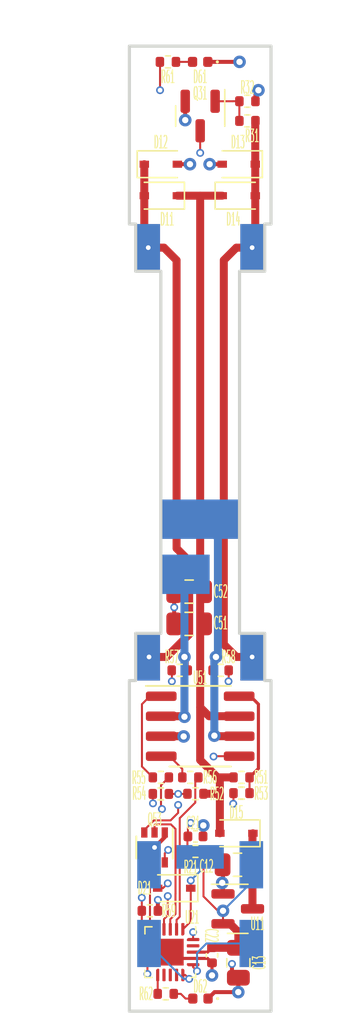
<source format=kicad_pcb>
(kicad_pcb (version 20211014) (generator pcbnew)
  (layers (0 "F.Cu" signal) (1 "In1.Cu" signal) (2 "In2.Cu" signal) (31 "B.Cu" signal) (34 "B.Paste" user) (35 "F.Paste" user) (36 "B.SilkS" user "B.Silkscreen") (37 "F.SilkS" user "F.Silkscreen") (38 "B.Mask" user) (39 "F.Mask" user) (44 "Edge.Cuts" user))
  (net 0 "")
  (net 1 "/Vreg_in")
  (net 2 "GND")
  (net 3 "+5V")
  (net 4 "Net-(C21-Pad2)")
  (net 5 "Vdrive")
  (net 6 "RAIL_L")
  (net 7 "RAIL_R")
  (net 8 "MCLR")
  (net 9 "Net-(D61-Pad2)")
  (net 10 "Net-(D62-Pad2)")
  (net 11 "PGD{slash}F5")
  (net 12 "PGC{slash}F6")
  (net 13 "Net-(Q31-Pad1)")
  (net 14 "DCC_IN")
  (net 15 "P1A-H")
  (net 16 "MOT_A")
  (net 17 "P1C-H")
  (net 18 "MOT_B")
  (net 19 "P1A")
  (net 20 "P1C")
  (net 21 "Net-(R55-Pad2)")
  (net 22 "Net-(R56-Pad1)")
  (net 23 "BackEMF")
  (net 24 "P1B")
  (net 25 "P1D")
  (net 26 "F0F")
  (net 27 "F0R")
  (net 28 "TXD")
  (net 29 "RXD")
  (net 33 "Net-(Q53-Pad3)")
  (net 34 "Net-(Q53-Pad6)")
  (footprint "Resistor_SMD:R_0402_1005Metric" (layer "F.Cu") (at 32.45 31)
    (fp_text reference "R61" (at 0 0.95 unlocked) (layer "F.SilkS") (effects (font (size 0.8 0.3) (thickness 0.1))))
    (fp_text value "330R")
    (fp_line (start -0.153641 0.38) (end 0.153641 0.38) (layer "F.SilkS") (width 0.1))
    (fp_line (start -0.153641 -0.38) (end 0.153641 -0.38) (layer "F.SilkS") (width 0.1))
    (pad "1" smd roundrect (at -0.51 0) (size 0.54 0.64) (layers "F.Cu" "F.Paste" "F.Mask") (net 26 "F0F"))
    (pad "2" smd roundrect (at 0.51 0) (size 0.54 0.64) (layers "F.Cu" "F.Paste" "F.Mask") (net 9 "Net-(D61-Pad2)"))
  )
  (footprint "Capacitor_SMD:C_0805_2012Metric" (layer "F.Cu") (at 36.925 88.225 -90)
    (fp_text reference "C13" (at 0 -1.325 -270 unlocked) (layer "F.SilkS") (effects (font (size 0.8 0.3) (thickness 0.1))))
    (fp_text value "10uF")
    (fp_line (start -0.261252 -0.735) (end 0.261252 -0.735) (layer "F.SilkS") (width 0.1))
    (fp_line (start -0.261252 0.735) (end 0.261252 0.735) (layer "F.SilkS") (width 0.1))
    (pad "1" smd roundrect (at -0.95 0 270) (size 1 1.45) (layers "F.Cu" "F.Paste" "F.Mask") (net 3 "+5V"))
    (pad "2" smd roundrect (at 0.95 0 270) (size 1 1.45) (layers "F.Cu" "F.Paste" "F.Mask") (net 2 "GND"))
  )
  (footprint "Diode_SMD:D_SOD-323" (layer "F.Cu") (at 36.95 37.5 180)
    (fp_text reference "D14" (at 0.35 -3.5 unlocked) (layer "F.SilkS") (effects (font (size 0.8 0.3) (thickness 0.1))))
    (fp_text value "1N5819")
    (fp_line (start -1.5 0.85) (end 1.05 0.85) (layer "F.SilkS") (width 0.1))
    (fp_line (start -1.5 -0.85) (end 1.05 -0.85) (layer "F.SilkS") (width 0.1))
    (fp_line (start -1.5 -0.85) (end -1.5 0.85) (layer "F.SilkS") (width 0.1))
    (pad "1" smd rect (at -1.05 0 180) (size 0.6 0.45) (layers "F.Cu" "F.Paste" "F.Mask") (net 7 "RAIL_R"))
    (pad "2" smd rect (at 1.05 0 180) (size 0.6 0.45) (layers "F.Cu" "F.Paste" "F.Mask") (net 2 "GND"))
  )
  (footprint "Package_DFN_QFN:VQFN-20-1EP_3x3mm_P0.4mm_EP1.7x1.7mm" (layer "F.Cu") (at 32.6 87.55 -90)
    (fp_text reference "U21" (at -2.21 -1.39 unlocked) (layer "F.SilkS") (effects (font (size 0.8 0.3) (thickness 0.1))))
    (fp_text value "PIC18F06Q40-x/REB")
    (fp_line (start -1.16 -1.61) (end -1.61 -1.61) (layer "F.SilkS") (width 0.1))
    (fp_line (start 1.61 -1.61) (end 1.61 -1.16) (layer "F.SilkS") (width 0.1))
    (fp_line (start -1.61 1.61) (end -1.61 1.16) (layer "F.SilkS") (width 0.1))
    (fp_line (start 1.61 1.61) (end 1.61 1.16) (layer "F.SilkS") (width 0.1))
    (fp_line (start 1.16 -1.61) (end 1.61 -1.61) (layer "F.SilkS") (width 0.1))
    (fp_line (start -1.16 1.61) (end -1.61 1.61) (layer "F.SilkS") (width 0.1))
    (fp_line (start 1.16 1.61) (end 1.61 1.61) (layer "F.SilkS") (width 0.1))
    (pad "1" smd custom (at -1.45 -0.8 270) (size 0.143431 0.143431) (layers "F.Cu" "F.Paste" "F.Mask") (net 8 "MCLR") (options (clearance outline) (anchor circle)) (primitives (gr_poly (pts (xy 0.35 0.000711) (xy 0.35 0.05) (xy -0.35 0.05) (xy -0.35 -0.05) (xy 0.299289 -0.05)) (width 0.1) (fill yes))))
    (pad "2" smd roundrect (at -1.45 -0.4 270) (size 0.8 0.2) (layers "F.Cu" "F.Paste" "F.Mask") (net 25 "P1D"))
    (pad "3" smd roundrect (at -1.45 0 270) (size 0.8 0.2) (layers "F.Cu" "F.Paste" "F.Mask") (net 20 "P1C"))
    (pad "4" smd roundrect (at -1.45 0.4 270) (size 0.8 0.2) (layers "F.Cu" "F.Paste" "F.Mask") (net 24 "P1B"))
    (pad "5" smd custom (at -1.45 0.8 270) (size 0.143431 0.143431) (layers "F.Cu" "F.Paste" "F.Mask") (net 19 "P1A") (options (clearance outline) (anchor circle)) (primitives (gr_poly (pts (xy 0.35 -0.000711) (xy 0.299289 0.05) (xy -0.35 0.05) (xy -0.35 -0.05) (xy 0.35 -0.05)) (width 0.1) (fill yes))))
    (pad "6" smd custom (at -0.8 1.45 270) (size 0.143431 0.143431) (layers "F.Cu" "F.Paste" "F.Mask") (net 23 "BackEMF") (options (clearance outline) (anchor circle)) (primitives (gr_poly (pts (xy 0.05 0.35) (xy -0.05 0.35) (xy -0.05 -0.299289) (xy 0.000711 -0.35) (xy 0.05 -0.35)) (width 0.1) (fill yes))))
    (pad "7" smd roundrect (at -0.4 1.45 270) (size 0.2 0.8) (layers "F.Cu" "F.Paste" "F.Mask") (net 28 "TXD"))
    (pad "8" smd roundrect (at 0 1.45 270) (size 0.2 0.8) (layers "F.Cu" "F.Paste" "F.Mask"))
    (pad "9" smd roundrect (at 0.4 1.45 270) (size 0.2 0.8) (layers "F.Cu" "F.Paste" "F.Mask") (net 29 "RXD"))
    (pad "10" smd custom (at 0.8 1.45 270) (size 0.143431 0.143431) (layers "F.Cu" "F.Paste" "F.Mask") (net 26 "F0F") (options (clearance outline) (anchor circle)) (primitives (gr_poly (pts (xy 0.05 -0.299289) (xy 0.05 0.35) (xy -0.05 0.35) (xy -0.05 -0.35) (xy -0.000711 -0.35)) (width 0.1) (fill yes))))
    (pad "11" smd custom (at 1.45 0.8 270) (size 0.143431 0.143431) (layers "F.Cu" "F.Paste" "F.Mask") (net 27 "F0R") (options (clearance outline) (anchor circle)) (primitives (gr_poly (pts (xy 0.35 0.05) (xy -0.299289 0.05) (xy -0.35 -0.000711) (xy -0.35 -0.05) (xy 0.35 -0.05)) (width 0.1) (fill yes))))
    (pad "12" smd roundrect (at 1.45 0.4 270) (size 0.8 0.2) (layers "F.Cu" "F.Paste" "F.Mask"))
    (pad "13" smd roundrect (at 1.45 0 270) (size 0.8 0.2) (layers "F.Cu" "F.Paste" "F.Mask"))
    (pad "14" smd roundrect (at 1.45 -0.4 270) (size 0.8 0.2) (layers "F.Cu" "F.Paste" "F.Mask"))
    (pad "15" smd custom (at 1.45 -0.8 270) (size 0.143431 0.143431) (layers "F.Cu" "F.Paste" "F.Mask") (net 11 "PGD{slash}F5") (options (clearance outline) (anchor circle)) (primitives (gr_poly (pts (xy 0.35 0.05) (xy -0.35 0.05) (xy -0.35 0.000711) (xy -0.299289 -0.05) (xy 0.35 -0.05)) (width 0.1) (fill yes))))
    (pad "16" smd custom (at 0.8 -1.45 270) (size 0.143431 0.143431) (layers "F.Cu" "F.Paste" "F.Mask") (net 12 "PGC{slash}F6") (options (clearance outline) (anchor circle)) (primitives (gr_poly (pts (xy 0.05 0.299289) (xy -0.000711 0.35) (xy -0.05 0.35) (xy -0.05 -0.35) (xy 0.05 -0.35)) (width 0.1) (fill yes))))
    (pad "17" smd roundrect (at 0.4 -1.45 270) (size 0.2 0.8) (layers "F.Cu" "F.Paste" "F.Mask") (net 2 "GND"))
    (pad "18" smd roundrect (at 0 -1.45 270) (size 0.2 0.8) (layers "F.Cu" "F.Paste" "F.Mask") (net 3 "+5V"))
    (pad "19" smd roundrect (at -0.4 -1.45 270) (size 0.2 0.8) (layers "F.Cu" "F.Paste" "F.Mask"))
    (pad "20" smd custom (at -0.8 -1.45 270) (size 0.143431 0.143431) (layers "F.Cu" "F.Paste" "F.Mask") (net 14 "DCC_IN") (options (clearance outline) (anchor circle)) (primitives (gr_poly (pts (xy 0.05 0.35) (xy 0.000711 0.35) (xy -0.05 0.299289) (xy -0.05 -0.35) (xy 0.05 -0.35)) (width 0.1) (fill yes))))
    (pad "21" smd rect (at 0 0 270) (size 1.7 1.7) (layers "F.Cu" "F.Mask") (net 2 "GND"))
  )
  (footprint "LED_SMD:LED_0402_1005Metric" (layer "F.Cu") (at 34.515 90.5 180)
    (fp_text reference "D62" (at 0.005 0.77 unlocked) (layer "F.SilkS") (effects (font (size 0.8 0.3) (thickness 0.1))))
    (fp_text value "White LED")
    (fp_circle (center -1.09 0) (end -1.04 0) (layer "F.SilkS") (width 0.1) (fill none))
    (pad "1" smd roundrect (at -0.485 0 180) (size 0.59 0.64) (layers "F.Cu" "F.Paste" "F.Mask") (net 2 "GND"))
    (pad "2" smd roundrect (at 0.485 0 180) (size 0.59 0.64) (layers "F.Cu" "F.Paste" "F.Mask") (net 10 "Net-(D62-Pad2)"))
  )
  (footprint "Diode_SMD:D_SOD-323" (layer "F.Cu") (at 36.8 80 180)
    (fp_text reference "D15" (at 0 1.325 unlocked) (layer "F.SilkS") (effects (font (size 0.8 0.3) (thickness 0.1))))
    (fp_text value "1N5819")
    (fp_line (start -1.5 -0.85) (end 1.05 -0.85) (layer "F.SilkS") (width 0.1))
    (fp_line (start -1.5 -0.85) (end -1.5 0.85) (layer "F.SilkS") (width 0.1))
    (fp_line (start -1.5 0.85) (end 1.05 0.85) (layer "F.SilkS") (width 0.1))
    (pad "1" smd rect (at -1.05 0 180) (size 0.6 0.45) (layers "F.Cu" "F.Paste" "F.Mask") (net 1 "/Vreg_in"))
    (pad "2" smd rect (at 1.05 0 180) (size 0.6 0.45) (layers "F.Cu" "F.Paste" "F.Mask") (net 5 "Vdrive"))
  )
  (footprint "DCC Project Footprints:EP-1.5mmx3mm" (layer "F.Cu") (at 31.2 68.8)
    (fp_text reference "J86" hide)
    (fp_text value "RLP" hide)
    (pad "1" smd rect (at 0 0) (size 1.5 3) (layers "F.Cu" "F.Paste" "F.Mask") (net 6 "RAIL_L"))
  )
  (footprint "Resistor_SMD:R_0402_1005Metric" (layer "F.Cu") (at 32 77.5)
    (fp_text reference "R54" (at -1.375 -0.025 unlocked) (layer "F.SilkS") (effects (font (size 0.8 0.3) (thickness 0.1))))
    (fp_text value "10K")
    (fp_line (start -0.153641 0.38) (end 0.153641 0.38) (layer "F.SilkS") (width 0.12))
    (fp_line (start -0.153641 -0.38) (end 0.153641 -0.38) (layer "F.SilkS") (width 0.12))
    (pad "1" smd roundrect (at -0.51 0) (size 0.54 0.64) (layers "F.Cu" "F.Paste" "F.Mask") (net 34 "Net-(Q53-Pad6)"))
    (pad "2" smd roundrect (at 0.51 0) (size 0.54 0.64) (layers "F.Cu" "F.Paste" "F.Mask") (net 17 "P1C-H"))
  )
  (footprint "Capacitor_SMD:C_0805_2012Metric" (layer "F.Cu") (at 33.8 66.7)
    (fp_text reference "C51" (at 2 -0.05 unlocked) (layer "F.SilkS") (effects (font (size 0.8 0.3) (thickness 0.1))))
    (fp_text value "10uF")
    (fp_line (start -0.261252 -0.735) (end 0.261252 -0.735) (layer "F.SilkS") (width 0.1))
    (fp_line (start -0.261252 0.735) (end 0.261252 0.735) (layer "F.SilkS") (width 0.1))
    (pad "1" smd roundrect (at -0.95 0) (size 1 1.45) (layers "F.Cu" "F.Paste" "F.Mask") (net 2 "GND"))
    (pad "2" smd roundrect (at 0.95 0) (size 1 1.45) (layers "F.Cu" "F.Paste" "F.Mask") (net 5 "Vdrive"))
  )
  (footprint "Diode_SMD:D_SOD-323" (layer "F.Cu") (at 32.85 83.49 180)
    (fp_text reference "D21" (at 1.87 0 unlocked) (layer "F.SilkS") (effects (font (size 0.8 0.3) (thickness 0.1))))
    (fp_text value "1N5819")
    (fp_line (start -1.5 0.85) (end 1.05 0.85) (layer "F.SilkS") (width 0.1))
    (fp_line (start -1.5 -0.85) (end 1.05 -0.85) (layer "F.SilkS") (width 0.1))
    (fp_line (start -1.5 -0.85) (end -1.5 0.85) (layer "F.SilkS") (width 0.1))
    (pad "1" smd rect (at -1.05 0 180) (size 0.6 0.45) (layers "F.Cu" "F.Paste" "F.Mask") (net 8 "MCLR"))
    (pad "2" smd rect (at 1.05 0 180) (size 0.6 0.45) (layers "F.Cu" "F.Paste" "F.Mask") (net 4 "Net-(C21-Pad2)"))
  )
  (footprint "DCC Project Footprints:EP-1.5mmx3mm" (layer "F.Cu") (at 37.8 68.8)
    (fp_text reference "J90" hide)
    (fp_text value "RRP" hide)
    (pad "1" smd rect (at 0 0) (size 1.5 3) (layers "F.Cu" "F.Paste" "F.Mask") (net 7 "RAIL_R"))
  )
  (footprint "Resistor_SMD:R_0402_1005Metric" (layer "F.Cu") (at 33.2 69.65)
    (fp_text reference "R57" (at -0.5 -0.85 unlocked) (layer "F.SilkS") (effects (font (size 0.8 0.3) (thickness 0.1))))
    (fp_text value "3K3")
    (fp_line (start -0.153641 -0.38) (end 0.153641 -0.38) (layer "F.SilkS") (width 0.1))
    (fp_line (start -0.153641 0.38) (end 0.153641 0.38) (layer "F.SilkS") (width 0.1))
    (pad "1" smd roundrect (at -0.51 0) (size 0.54 0.64) (layers "F.Cu" "F.Paste" "F.Mask") (net 23 "BackEMF"))
    (pad "2" smd roundrect (at 0.51 0) (size 0.54 0.64) (layers "F.Cu" "F.Paste" "F.Mask") (net 16 "MOT_A"))
  )
  (footprint "Resistor_SMD:R_0402_1005Metric" (layer "F.Cu") (at 37.5 33.5)
    (fp_text reference "R32" (at 0 -0.87 unlocked) (layer "F.SilkS") (effects (font (size 0.8 0.3) (thickness 0.1))))
    (fp_text value "10K")
    (fp_line (start -0.153641 0.38) (end 0.153641 0.38) (layer "F.SilkS") (width 0.1))
    (fp_line (start -0.153641 -0.38) (end 0.153641 -0.38) (layer "F.SilkS") (width 0.1))
    (pad "1" smd roundrect (at -0.51 0) (size 0.54 0.64) (layers "F.Cu" "F.Paste" "F.Mask") (net 13 "Net-(Q31-Pad1)"))
    (pad "2" smd roundrect (at 0.51 0) (size 0.54 0.64) (layers "F.Cu" "F.Paste" "F.Mask") (net 2 "GND"))
  )
  (footprint "Package_TO_SOT_SMD:SOT-23" (layer "F.Cu") (at 36.8875 84.8)
    (fp_text reference "U11" (at 1.2625 0.95 unlocked) (layer "F.SilkS") (effects (font (size 0.8 0.3) (thickness 0.1))))
    (fp_text value "SE8633X2-HF")
    (fp_line (start 0 -1.56) (end 0.65 -1.56) (layer "F.SilkS") (width 0.1))
    (fp_line (start 0 1.56) (end 0.65 1.56) (layer "F.SilkS") (width 0.1))
    (fp_line (start 0 -1.56) (end -1.675 -1.56) (layer "F.SilkS") (width 0.1))
    (fp_line (start 0 1.56) (end -0.65 1.56) (layer "F.SilkS") (width 0.1))
    (pad "1" smd roundrect (at -0.9375 -0.95) (size 1.475 0.6) (layers "F.Cu" "F.Paste" "F.Mask") (net 2 "GND"))
    (pad "2" smd roundrect (at -0.9375 0.95) (size 1.475 0.6) (layers "F.Cu" "F.Paste" "F.Mask") (net 3 "+5V"))
    (pad "3" smd roundrect (at 0.9375 0) (size 1.475 0.6) (layers "F.Cu" "F.Paste" "F.Mask") (net 1 "/Vreg_in"))
  )
  (footprint "Capacitor_SMD:C_0805_2012Metric" (layer "F.Cu") (at 36.8725 82 180)
    (fp_text reference "C12" (at 1.9725 -0.1 unlocked) (layer "F.SilkS") (effects (font (size 0.8 0.3) (thickness 0.1))))
    (fp_text value "10uF")
    (fp_line (start -0.261252 0.735) (end 0.261252 0.735) (layer "F.SilkS") (width 0.1))
    (fp_line (start -0.261252 -0.735) (end 0.261252 -0.735) (layer "F.SilkS") (width 0.1))
    (pad "1" smd roundrect (at -0.95 0 180) (size 1 1.45) (layers "F.Cu" "F.Paste" "F.Mask") (net 1 "/Vreg_in"))
    (pad "2" smd roundrect (at 0.95 0 180) (size 1 1.45) (layers "F.Cu" "F.Paste" "F.Mask") (net 2 "GND"))
  )
  (footprint "Capacitor_SMD:C_0805_2012Metric" (layer "F.Cu") (at 33.8 64.65)
    (fp_text reference "C52" (at 2 0 unlocked) (layer "F.SilkS") (effects (font (size 0.8 0.3) (thickness 0.1))))
    (fp_text value "10uF")
    (fp_line (start -0.261252 -0.735) (end 0.261252 -0.735) (layer "F.SilkS") (width 0.1))
    (fp_line (start -0.261252 0.735) (end 0.261252 0.735) (layer "F.SilkS") (width 0.1))
    (pad "1" smd roundrect (at -0.95 0) (size 1 1.45) (layers "F.Cu" "F.Paste" "F.Mask") (net 2 "GND"))
    (pad "2" smd roundrect (at 0.95 0) (size 1 1.45) (layers "F.Cu" "F.Paste" "F.Mask") (net 5 "Vdrive"))
  )
  (footprint "Resistor_SMD:R_0402_1005Metric" (layer "F.Cu") (at 34.2 77.49)
    (fp_text reference "R52" (at 1.365 0.01 unlocked) (layer "F.SilkS") (effects (font (size 0.8 0.3) (thickness 0.1))))
    (fp_text value "10K")
    (fp_line (start -0.153641 0.38) (end 0.153641 0.38) (layer "F.SilkS") (width 0.1))
    (fp_line (start -0.153641 -0.38) (end 0.153641 -0.38) (layer "F.SilkS") (width 0.1))
    (pad "1" smd roundrect (at -0.51 0) (size 0.54 0.64) (layers "F.Cu" "F.Paste" "F.Mask") (net 17 "P1C-H"))
    (pad "2" smd roundrect (at 0.51 0) (size 0.54 0.64) (layers "F.Cu" "F.Paste" "F.Mask") (net 5 "Vdrive"))
  )
  (footprint "Resistor_SMD:R_0402_1005Metric" (layer "F.Cu") (at 37.125 76.45 180)
    (fp_text reference "R51" (at -1.25 0 unlocked) (layer "F.SilkS") (effects (font (size 0.8 0.3) (thickness 0.1))))
    (fp_text value "10K")
    (fp_line (start -0.153641 -0.38) (end 0.153641 -0.38) (layer "F.SilkS") (width 0.1))
    (fp_line (start -0.153641 0.38) (end 0.153641 0.38) (layer "F.SilkS") (width 0.1))
    (pad "1" smd roundrect (at -0.51 0 180) (size 0.54 0.64) (layers "F.Cu" "F.Paste" "F.Mask") (net 15 "P1A-H"))
    (pad "2" smd roundrect (at 0.51 0 180) (size 0.54 0.64) (layers "F.Cu" "F.Paste" "F.Mask") (net 5 "Vdrive"))
  )
  (footprint "LED_SMD:LED_0402_1005Metric" (layer "F.Cu") (at 34.5 31 180)
    (fp_text reference "D61" (at 0 -0.95 unlocked) (layer "F.SilkS") (effects (font (size 0.8 0.3) (thickness 0.1))))
    (fp_text value "White LED")
    (fp_circle (center -1.09 0) (end -1.04 0) (layer "F.SilkS") (width 0.1) (fill none))
    (pad "1" smd roundrect (at -0.485 0 180) (size 0.59 0.64) (layers "F.Cu" "F.Paste" "F.Mask") (net 2 "GND"))
    (pad "2" smd roundrect (at 0.485 0 180) (size 0.59 0.64) (layers "F.Cu" "F.Paste" "F.Mask") (net 9 "Net-(D61-Pad2)"))
  )
  (footprint "Resistor_SMD:R_0402_1005Metric" (layer "F.Cu") (at 37.125 77.45)
    (fp_text reference "R53" (at 1.25 0.025 unlocked) (layer "F.SilkS") (effects (font (size 0.8 0.3) (thickness 0.1))))
    (fp_text value "10K")
    (fp_line (start -0.153641 0.38) (end 0.153641 0.38) (layer "F.SilkS") (width 0.12))
    (fp_line (start -0.153641 -0.38) (end 0.153641 -0.38) (layer "F.SilkS") (width 0.12))
    (pad "1" smd roundrect (at -0.51 0) (size 0.54 0.64) (layers "F.Cu" "F.Paste" "F.Mask") (net 33 "Net-(Q53-Pad3)"))
    (pad "2" smd roundrect (at 0.51 0) (size 0.54 0.64) (layers "F.Cu" "F.Paste" "F.Mask") (net 15 "P1A-H"))
  )
  (footprint "Resistor_SMD:R_0402_1005Metric" (layer "F.Cu") (at 31.3 84.925 180)
    (fp_text reference "R59" (at -1.2 -0.005 unlocked) (layer "F.SilkS") (effects (font (size 0.8 0.3) (thickness 0.1))))
    (fp_text value "330R")
    (fp_line (start -0.153641 0.38) (end 0.153641 0.38) (layer "F.SilkS") (width 0.1))
    (fp_line (start -0.153641 -0.38) (end 0.153641 -0.38) (layer "F.SilkS") (width 0.1))
    (pad "1" smd roundrect (at -0.51 0 180) (size 0.54 0.64) (layers "F.Cu" "F.Paste" "F.Mask") (net 2 "GND"))
    (pad "2" smd roundrect (at 0.51 0 180) (size 0.54 0.64) (layers "F.Cu" "F.Paste" "F.Mask") (net 23 "BackEMF"))
  )
  (footprint "Diode_SMD:D_SOD-323" (layer "F.Cu") (at 32 39.5 180)
    (fp_text reference "D11" (at -0.4 -1.5 unlocked) (layer "F.SilkS") (effects (font (size 0.8 0.3) (thickness 0.1))))
    (fp_text value "1N5819")
    (fp_line (start -1.5 -0.85) (end 1.05 -0.85) (layer "F.SilkS") (width 0.1))
    (fp_line (start -1.5 0.85) (end 1.05 0.85) (layer "F.SilkS") (width 0.1))
    (fp_line (start -1.5 -0.85) (end -1.5 0.85) (layer "F.SilkS") (width 0.1))
    (pad "1" smd rect (at -1.05 0 180) (size 0.6 0.45) (layers "F.Cu" "F.Paste" "F.Mask") (net 5 "Vdrive"))
    (pad "2" smd rect (at 1.05 0 180) (size 0.6 0.45) (layers "F.Cu" "F.Paste" "F.Mask") (net 6 "RAIL_L"))
  )
  (footprint "Resistor_SMD:R_0402_1005Metric" (layer "F.Cu") (at 32.31 90.2)
    (fp_text reference "R62" (at -1.25 0 unlocked) (layer "F.SilkS") (effects (font (size 0.8 0.3) (thickness 0.1))))
    (fp_text value "330R")
    (fp_line (start -0.153641 0.38) (end 0.153641 0.38) (layer "F.SilkS") (width 0.1))
    (fp_line (start -0.153641 -0.38) (end 0.153641 -0.38) (layer "F.SilkS") (width 0.1))
    (pad "1" smd roundrect (at -0.51 0) (size 0.54 0.64) (layers "F.Cu" "F.Paste" "F.Mask") (net 27 "F0R"))
    (pad "2" smd roundrect (at 0.51 0) (size 0.54 0.64) (layers "F.Cu" "F.Paste" "F.Mask") (net 10 "Net-(D62-Pad2)"))
  )
  (footprint "Package_TO_SOT_SMD:SOT-363_SC-70-6" (layer "F.Cu") (at 31.6 80.9 -90)
    (fp_text reference "Q53" (at -1.77 -0.01 unlocked) (layer "F.SilkS") (effects (font (size 0.8 0.3) (thickness 0.1))))
    (fp_text value "PUMH13,115")
    (fp_line (start -0.7 1.16) (end 0.7 1.16) (layer "F.SilkS") (width 0.12))
    (fp_line (start 0.7 -1.16) (end -1.2 -1.16) (layer "F.SilkS") (width 0.12))
    (pad "1" smd rect (at -0.95 -0.65 270) (size 0.65 0.4) (layers "F.Cu" "F.Paste" "F.Mask") (net 2 "GND"))
    (pad "2" smd rect (at -0.95 0 270) (size 0.65 0.4) (layers "F.Cu" "F.Paste" "F.Mask") (net 20 "P1C"))
    (pad "3" smd rect (at -0.95 0.65 270) (size 0.65 0.4) (layers "F.Cu" "F.Paste" "F.Mask") (net 33 "Net-(Q53-Pad3)"))
    (pad "4" smd rect (at 0.95 0.65 270) (size 0.65 0.4) (layers "F.Cu" "F.Paste" "F.Mask") (net 2 "GND"))
    (pad "5" smd rect (at 0.95 0 270) (size 0.65 0.4) (layers "F.Cu" "F.Paste" "F.Mask") (net 19 "P1A"))
    (pad "6" smd rect (at 0.95 -0.65 270) (size 0.65 0.4) (layers "F.Cu" "F.Paste" "F.Mask") (net 34 "Net-(Q53-Pad6)"))
  )
  (footprint "Package_SO:SOIC-8_3.9x4.9mm_P1.27mm" (layer "F.Cu") (at 34.5 73.2)
    (fp_text reference "U51" (at 0 -3.08 unlocked) (layer "F.SilkS") (effects (font (size 0.8 0.3) (thickness 0.1))))
    (fp_text value "ZXMHC6A07N8TC")
    (fp_line (start 0 2.56) (end -1.95 2.56) (layer "F.SilkS") (width 0.12))
    (fp_line (start 0 -2.56) (end -3.45 -2.56) (layer "F.SilkS") (width 0.12))
    (fp_line (start 0 2.56) (end 1.95 2.56) (layer "F.SilkS") (width 0.12))
    (fp_line (start 0 -2.56) (end 1.95 -2.56) (layer "F.SilkS") (width 0.12))
    (pad "1" smd roundrect (at -2.475 -1.905) (size 1.95 0.6) (layers "F.Cu" "F.Paste" "F.Mask") (net 21 "Net-(R55-Pad2)"))
    (pad "2" smd roundrect (at -2.475 -0.635) (size 1.95 0.6) (layers "F.Cu" "F.Paste" "F.Mask") (net 16 "MOT_A"))
    (pad "3" smd roundrect (at -2.475 0.635) (size 1.95 0.6) (layers "F.Cu" "F.Paste" "F.Mask") (net 2 "GND"))
    (pad "4" smd roundrect (at -2.475 1.905) (size 1.95 0.6) (layers "F.Cu" "F.Paste" "F.Mask") (net 22 "Net-(R56-Pad1)"))
    (pad "5" smd roundrect (at 2.475 1.905) (size 1.95 0.6) (layers "F.Cu" "F.Paste" "F.Mask") (net 17 "P1C-H"))
    (pad "6" smd roundrect (at 2.475 0.635) (size 1.95 0.6) (layers "F.Cu" "F.Paste" "F.Mask") (net 18 "MOT_B"))
    (pad "7" smd roundrect (at 2.475 -0.635) (size 1.95 0.6) (layers "F.Cu" "F.Paste" "F.Mask") (net 5 "Vdrive"))
    (pad "8" smd roundrect (at 2.475 -1.905) (size 1.95 0.6) (layers "F.Cu" "F.Paste" "F.Mask") (net 15 "P1A-H"))
  )
  (footprint "DCC Project Footprints:EP-1.5mmx3mm" (layer "F.Cu") (at 37.8 42.8)
    (fp_text reference "J92" hide)
    (fp_text value "RRP" hide)
    (pad "1" smd rect (at 0 0) (size 1.5 3) (layers "F.Cu" "F.Paste" "F.Mask") (net 7 "RAIL_R"))
  )
  (footprint "Resistor_SMD:R_0402_1005Metric" (layer "F.Cu") (at 37.5 34.75 180)
    (fp_text reference "R31" (at -0.3 -0.95 unlocked) (layer "F.SilkS") (effects (font (size 0.8 0.3) (thickness 0.1))))
    (fp_text value "10K")
    (fp_line (start -0.153641 -0.38) (end 0.153641 -0.38) (layer "F.SilkS") (width 0.1))
    (fp_line (start -0.153641 0.38) (end 0.153641 0.38) (layer "F.SilkS") (width 0.1))
    (pad "1" smd roundrect (at -0.51 0 180) (size 0.54 0.64) (layers "F.Cu" "F.Paste" "F.Mask") (net 7 "RAIL_R"))
    (pad "2" smd roundrect (at 0.51 0 180) (size 0.54 0.64) (layers "F.Cu" "F.Paste" "F.Mask") (net 13 "Net-(Q31-Pad1)"))
  )
  (footprint "Package_TO_SOT_SMD:SOT-23" (layer "F.Cu") (at 34.5 34.44 -90)
    (fp_text reference "Q31" (at -1.44 0 unlocked) (layer "F.SilkS") (effects (font (size 0.8 0.3) (thickness 0.1))))
    (fp_text value "2N7002")
    (fp_line (start 0 -1.56) (end 0.65 -1.56) (layer "F.SilkS") (width 0.1))
    (fp_line (start 0 -1.56) (end -1.675 -1.56) (layer "F.SilkS") (width 0.1))
    (fp_line (start 0 1.56) (end 0.65 1.56) (layer "F.SilkS") (width 0.1))
    (fp_line (start 0 1.56) (end -0.65 1.56) (layer "F.SilkS") (width 0.1))
    (pad "1" smd roundrect (at -0.9375 -0.95 270) (size 1.475 0.6) (layers "F.Cu" "F.Paste" "F.Mask") (net 13 "Net-(Q31-Pad1)"))
    (pad "2" smd roundrect (at -0.9375 0.95 270) (size 1.475 0.6) (layers "F.Cu" "F.Paste" "F.Mask") (net 2 "GND"))
    (pad "3" smd roundrect (at 0.9375 0 270) (size 1.475 0.6) (layers "F.Cu" "F.Paste" "F.Mask") (net 14 "DCC_IN"))
  )
  (footprint "Resistor_SMD:R_0402_1005Metric" (layer "F.Cu") (at 34.2 81.15 180)
    (fp_text reference "R21" (at 0.3 -1 unlocked) (layer "F.SilkS") (effects (font (size 0.8 0.3) (thickness 0.1))))
    (fp_text value "10K")
    (fp_line (start -0.153641 -0.38) (end 0.153641 -0.38) (layer "F.SilkS") (width 0.1))
    (fp_line (start -0.153641 0.38) (end 0.153641 0.38) (layer "F.SilkS") (width 0.1))
    (pad "1" smd roundrect (at -0.51 0 180) (size 0.54 0.64) (layers "F.Cu" "F.Paste" "F.Mask") (net 3 "+5V"))
    (pad "2" smd roundrect (at 0.51 0 180) (size 0.54 0.64) (layers "F.Cu" "F.Paste" "F.Mask") (net 4 "Net-(C21-Pad2)"))
  )
  (footprint "Diode_SMD:D_SOD-323" (layer "F.Cu") (at 36.95 39.5)
    (fp_text reference "D13" (at -0.05 -3.4 unlocked) (layer "F.SilkS") (effects (font (size 0.8 0.3) (thickness 0.1))))
    (fp_text value "1N5819")
    (fp_line (start -1.5 -0.85) (end 1.05 -0.85) (layer "F.SilkS") (width 0.1))
    (fp_line (start -1.5 -0.85) (end -1.5 0.85) (layer "F.SilkS") (width 0.1))
    (fp_line (start -1.5 0.85) (end 1.05 0.85) (layer "F.SilkS") (width 0.1))
    (pad "1" smd rect (at -1.05 0) (size 0.6 0.45) (layers "F.Cu" "F.Paste" "F.Mask") (net 5 "Vdrive"))
    (pad "2" smd rect (at 1.05 0) (size 0.6 0.45) (layers "F.Cu" "F.Paste" "F.Mask") (net 7 "RAIL_R"))
  )
  (footprint "Diode_SMD:D_SOD-323" (layer "F.Cu") (at 32 37.5)
    (fp_text reference "D12" (at 0 -1.4 unlocked) (layer "F.SilkS") (effects (font (size 0.8 0.3) (thickness 0.1))))
    (fp_text value "1N5819")
    (fp_line (start -1.5 -0.85) (end 1.05 -0.85) (layer "F.SilkS") (width 0.1))
    (fp_line (start -1.5 -0.85) (end -1.5 0.85) (layer "F.SilkS") (width 0.1))
    (fp_line (start -1.5 0.85) (end 1.05 0.85) (layer "F.SilkS") (width 0.1))
    (pad "1" smd rect (at -1.05 0) (size 0.6 0.45) (layers "F.Cu" "F.Paste" "F.Mask") (net 6 "RAIL_L"))
    (pad "2" smd rect (at 1.05 0) (size 0.6 0.45) (layers "F.Cu" "F.Paste" "F.Mask") (net 2 "GND"))
  )
  (footprint "DCC Project Footprints:EP-1.5mmx3mm" (layer "F.Cu") (at 31.2 42.8)
    (fp_text reference "J88" hide)
    (fp_text value "RLP" hide)
    (pad "1" smd rect (at 0 0) (size 1.5 3) (layers "F.Cu" "F.Paste" "F.Mask") (net 6 "RAIL_L"))
  )
  (footprint "Resistor_SMD:R_0402_1005Metric" (layer "F.Cu") (at 32 76.45 180)
    (fp_text reference "R55" (at 1.4 -0.025 unlocked) (layer "F.SilkS") (effects (font (size 0.8 0.3) (thickness 0.1))))
    (fp_text value "330R")
    (fp_line (start -0.153641 0.38) (end 0.153641 0.38) (layer "F.SilkS") (width 0.1))
    (fp_line (start -0.153641 -0.38) (end 0.153641 -0.38) (layer "F.SilkS") (width 0.1))
    (pad "1" smd roundrect (at -0.51 0 180) (size 0.54 0.64) (layers "F.Cu" "F.Paste" "F.Mask") (net 24 "P1B"))
    (pad "2" smd roundrect (at 0.51 0 180) (size 0.54 0.64) (layers "F.Cu" "F.Paste" "F.Mask") (net 21 "Net-(R55-Pad2)"))
  )
  (footprint "Resistor_SMD:R_0402_1005Metric" (layer "F.Cu") (at 33.875 76.45)
    (fp_text reference "R56" (at 1.25 0 unlocked) (layer "F.SilkS") (effects (font (size 0.8 0.3) (thickness 0.1))))
    (fp_text value "330R")
    (fp_line (start -0.153641 -0.38) (end 0.153641 -0.38) (layer "F.SilkS") (width 0.1))
    (fp_line (start -0.153641 0.38) (end 0.153641 0.38) (layer "F.SilkS") (width 0.1))
    (pad "1" smd roundrect (at -0.51 0) (size 0.54 0.64) (layers "F.Cu" "F.Paste" "F.Mask") (net 22 "Net-(R56-Pad1)"))
    (pad "2" smd roundrect (at 0.51 0) (size 0.54 0.64) (layers "F.Cu" "F.Paste" "F.Mask") (net 25 "P1D"))
  )
  (footprint "Resistor_SMD:R_0402_1005Metric" (layer "F.Cu") (at 35.8 69.65 180)
    (fp_text reference "R58" (at -0.5 0.85 unlocked) (layer "F.SilkS") (effects (font (size 0.8 0.3) (thickness 0.1))))
    (fp_text value "3K3")
    (fp_line (start -0.153641 -0.38) (end 0.153641 -0.38) (layer "F.SilkS") (width 0.1))
    (fp_line (start -0.153641 0.38) (end 0.153641 0.38) (layer "F.SilkS") (width 0.1))
    (pad "1" smd roundrect (at -0.51 0 180) (size 0.54 0.64) (layers "F.Cu" "F.Paste" "F.Mask") (net 23 "BackEMF"))
    (pad "2" smd roundrect (at 0.51 0 180) (size 0.54 0.64) (layers "F.Cu" "F.Paste" "F.Mask") (net 18 "MOT_B"))
  )
  (footprint "Capacitor_SMD:C_0402_1005Metric" (layer "F.Cu") (at 35.25 87.75 90)
    (fp_text reference "C22" (at 1.26 -0.04 -90 unlocked) (layer "F.SilkS") (effects (font (size 0.8 0.3) (thickness 0.1))))
    (fp_text value "100nF")
    (fp_line (start -0.107836 0.36) (end 0.107836 0.36) (layer "F.SilkS") (width 0.1))
    (fp_line (start -0.107836 -0.36) (end 0.107836 -0.36) (layer "F.SilkS") (width 0.1))
    (pad "1" smd roundrect (at -0.48 0 90) (size 0.56 0.62) (layers "F.Cu" "F.Paste" "F.Mask") (net 2 "GND"))
    (pad "2" smd roundrect (at 0.48 0 90) (size 0.56 0.62) (layers "F.Cu" "F.Paste" "F.Mask") (net 3 "+5V"))
  )
  (footprint "Capacitor_SMD:C_0402_1005Metric" (layer "F.Cu") (at 34.2 80.2 180)
    (fp_text reference "C21" (at 0.15 0.85 unlocked) (layer "F.SilkS") (effects (font (size 0.8 0.3) (thickness 0.1))))
    (fp_text value "100nF")
    (fp_line (start -0.107836 0.36) (end 0.107836 0.36) (layer "F.SilkS") (width 0.1))
    (fp_line (start -0.107836 -0.36) (end 0.107836 -0.36) (layer "F.SilkS") (width 0.1))
    (pad "1" smd roundrect (at -0.48 0 180) (size 0.56 0.62) (layers "F.Cu" "F.Paste" "F.Mask") (net 2 "GND"))
    (pad "2" smd roundrect (at 0.48 0 180) (size 0.56 0.62) (layers "F.Cu" "F.Paste" "F.Mask") (net 4 "Net-(C21-Pad2)"))
  )
  (footprint "DCC Project Footprints:EP-1.5mmx3mm" (layer "B.Cu") (at 37.8 42.8 180)
    (fp_text reference "J93" hide)
    (fp_text value "RRP" hide)
    (pad "1" smd rect (at 0 0 180) (size 1.5 3) (layers "B.Cu" "B.Paste" "B.Mask") (net 7 "RAIL_R"))
  )
  (footprint "DCC Project Footprints:EP-1.5mmx3mm" (layer "B.Cu") (at 34.5 81.5 -90)
    (fp_text reference "J81" hide)
    (fp_text value "MCLR" hide)
    (pad "1" smd rect (at 0 0 270) (size 1.5 3) (layers "B.Cu" "B.Paste" "B.Mask") (net 8 "MCLR"))
  )
  (footprint "DCC Project Footprints:EP-2.5mmx5mm" (layer "B.Cu") (at 34.5 60.05 90)
    (fp_text reference "J95" hide)
    (fp_text value "RRP" hide)
    (pad "1" smd rect (at 0 0 90) (size 2.5 5) (layers "B.Cu" "B.Paste" "B.Mask") (net 18 "MOT_B"))
  )
  (footprint "DCC Project Footprints:EP-1.5mmx3mm" (layer "B.Cu") (at 31.2 68.8 180)
    (fp_text reference "J87" hide)
    (fp_text value "RLP" hide)
    (pad "1" smd rect (at 0 0 180) (size 1.5 3) (layers "B.Cu" "B.Paste" "B.Mask") (net 6 "RAIL_L"))
  )
  (footprint "DCC Project Footprints:EP-1.5mmx3mm" (layer "B.Cu") (at 37.75 82 180)
    (fp_text reference "J82" hide)
    (fp_text value "+5V" hide)
    (pad "1" smd rect (at 0 0 180) (size 1.5 3) (layers "B.Cu" "B.Paste" "B.Mask") (net 3 "+5V"))
  )
  (footprint "DCC Project Footprints:EP-1.5mmx3mm" (layer "B.Cu") (at 37.8 68.8 180)
    (fp_text reference "J91" hide)
    (fp_text value "RRP" hide)
    (pad "1" smd rect (at 0 0 180) (size 1.5 3) (layers "B.Cu" "B.Paste" "B.Mask") (net 7 "RAIL_R"))
  )
  (footprint "DCC Project Footprints:EP-1.5mmx3mm" (layer "B.Cu") (at 31.2 42.8 180)
    (fp_text reference "J89" hide)
    (fp_text value "RLP" hide)
    (pad "1" smd rect (at 0 0 180) (size 1.5 3) (layers "B.Cu" "B.Paste" "B.Mask") (net 6 "RAIL_L"))
  )
  (footprint "DCC Project Footprints:EP-2.5mmx3mm" (layer "B.Cu") (at 33.6 63.55 90)
    (fp_text reference "J94" hide)
    (fp_text value "RRP" hide)
    (pad "1" smd rect (at 0 0 90) (size 2.5 3) (layers "B.Cu" "B.Paste" "B.Mask") (net 16 "MOT_A"))
  )
  (footprint "DCC Project Footprints:EP-1.5mmx3mm" (layer "B.Cu") (at 37.75 87 180)
    (fp_text reference "J85" hide)
    (fp_text value "PGC" hide)
    (pad "1" smd rect (at 0 0 180) (size 1.5 3) (layers "B.Cu" "B.Paste" "B.Mask") (net 12 "PGC{slash}F6"))
  )
  (footprint "DCC Project Footprints:EP-1.5mmx3mm" (layer "B.Cu") (at 31.25 82 180)
    (fp_text reference "J83" hide)
    (fp_text value "GND" hide)
    (pad "1" smd rect (at 0 0 180) (size 1.5 3) (layers "B.Cu" "B.Paste" "B.Mask") (net 2 "GND"))
  )
  (footprint "DCC Project Footprints:EP-1.5mmx3mm" (layer "B.Cu") (at 31.25 87 180)
    (fp_text reference "J84" hide)
    (fp_text value "PGD" hide)
    (pad "1" smd rect (at 0 0 180) (size 1.5 3) (layers "B.Cu" "B.Paste" "B.Mask") (net 11 "PGD{slash}F5"))
  )
  (gr_line locked (start 30.4 44.3) (end 30.4 41.3) (layer "Edge.Cuts") (width 0.2))
  (gr_line locked (start 32 67.3) (end 32 44.3) (layer "Edge.Cuts") (width 0.2))
  (gr_line locked (start 38.6 41.3) (end 38.6 44.3) (layer "Edge.Cuts") (width 0.2))
  (gr_line locked (start 30 91.3) (end 30 70.3) (layer "Edge.Cuts") (width 0.2))
  (gr_line locked (start 30 30) (end 39 30) (layer "Edge.Cuts") (width 0.2))
  (gr_line locked (start 38.6 44.3) (end 37 44.3) (layer "Edge.Cuts") (width 0.2))
  (gr_line locked (start 38.6 70.3) (end 39 70.3) (layer "Edge.Cuts") (width 0.2))
  (gr_line locked (start 30 70.3) (end 30.4 70.3) (layer "Edge.Cuts") (width 0.2))
  (gr_line locked (start 30.4 41.3) (end 30 41.3) (layer "Edge.Cuts") (width 0.2))
  (gr_line locked (start 37 67.3) (end 38.6 67.3) (layer "Edge.Cuts") (width 0.2))
  (gr_line locked (start 39 30) (end 39 41.3) (layer "Edge.Cuts") (width 0.2))
  (gr_line locked (start 39 70.3) (end 39 91.3) (layer "Edge.Cuts") (width 0.2))
  (gr_line locked (start 38.6 67.3) (end 38.6 70.3) (layer "Edge.Cuts") (width 0.2))
  (gr_line locked (start 30.4 70.3) (end 30.4 67.3) (layer "Edge.Cuts") (width 0.2))
  (gr_line locked (start 39 91.3) (end 30 91.3) (layer "Edge.Cuts") (width 0.2))
  (gr_line locked (start 32 44.3) (end 30.4 44.3) (layer "Edge.Cuts") (width 0.2))
  (gr_line locked (start 30.4 67.3) (end 32 67.3) (layer "Edge.Cuts") (width 0.2))
  (gr_line locked (start 39 41.3) (end 38.6 41.3) (layer "Edge.Cuts") (width 0.2))
  (gr_line locked (start 37 44.3) (end 37 67.3) (layer "Edge.Cuts") (width 0.2))
  (gr_line locked (start 30 41.3) (end 30 30) (layer "Edge.Cuts") (width 0.2))
  (segment (start 37.8225 82) (end 37.8225 84.7975) (width 0.508) (layer "F.Cu") (net 1))
  (segment (start 37.8225 80.0275) (end 37.85 80) (width 0.508) (layer "F.Cu") (net 1))
  (segment (start 37.8225 82) (end 37.8225 80.0275) (width 0.508) (layer "F.Cu") (net 1))
  (segment (start 37.8225 84.7975) (end 37.825 84.8) (width 0.508) (layer "F.Cu") (net 1))
  (segment (start 36.52 88.3) (end 36.52 88.77) (width 0.254) (layer "F.Cu") (net 2))
  (segment (start 32.85 65.65) (end 32.85 64.65) (width 0.254) (layer "F.Cu") (net 2))
  (segment (start 34.985 31) (end 37 31) (width 0.254) (layer "F.Cu") (net 2))
  (segment (start 35.95 82.0275) (end 35.9225 82) (width 0.254) (layer "F.Cu") (net 2))
  (segment (start 35.41 90.09) (end 36.92 90.09) (width 0.254) (layer "F.Cu") (net 2))
  (segment (start 34.05 87.95) (end 33 87.95) (width 0.2) (layer "F.Cu") (net 2))
  (segment (start 32.85 66.7) (end 32.85 65.65) (width 0.254) (layer "F.Cu") (net 2))
  (segment (start 33.435 73.835) (end 33.45 73.85) (width 0.508) (layer "F.Cu") (net 2))
  (segment (start 32.25 79.95) (end 32.25 80.25) (width 0.254) (layer "F.Cu") (net 2))
  (segment (start 36.925 89.175) (end 36.925 90.085) (width 0.254) (layer "F.Cu") (net 2))
  (segment (start 35.25 88.23) (end 35.25 89.026502) (width 0.2) (layer "F.Cu") (net 2))
  (segment (start 32.25 80.25) (end 31.6 80.9) (width 0.254) (layer "F.Cu") (net 2))
  (segment (start 34.68 80.2) (end 34.7 80.18) (width 0.254) (layer "F.Cu") (net 2))
  (segment (start 31.6 80.9) (end 30.95 81.55) (width 0.254) (layer "F.Cu") (net 2))
  (segment (start 38.01 32.99) (end 38.2 32.8) (width 0.254) (layer "F.Cu") (net 2))
  (segment (start 33.55 33.5025) (end 33.55 34.7) (width 0.254) (layer "F.Cu") (net 2))
  (segment (start 34.97 87.95) (end 35.25 88.23) (width 0.2) (layer "F.Cu") (net 2))
  (segment (start 35.9 37.5) (end 35.1 37.5) (width 0.254) (layer "F.Cu") (net 2))
  (segment (start 36.52 88.77) (end 36.925 89.175) (width 0.254) (layer "F.Cu") (net 2))
  (segment (start 31.81 84.925) (end 31.81 84.23) (width 0.254) (layer "F.Cu") (net 2))
  (segment (start 33.05 37.5) (end 33.85 37.5) (width 0.254) (layer "F.Cu") (net 2))
  (segment (start 35.95 83.85) (end 35.95 82.0275) (width 0.254) (layer "F.Cu") (net 2))
  (segment (start 33 87.95) (end 32.6 87.55) (width 0.2) (layer "F.Cu") (net 2))
  (segment (start 34.7 80.18) (end 34.7 79.5) (width 0.254) (layer "F.Cu") (net 2))
  (segment (start 34.05 87.95) (end 34.97 87.95) (width 0.2) (layer "F.Cu") (net 2))
  (segment (start 38.01 33.5) (end 38.01 32.99) (width 0.254) (layer "F.Cu") (net 2))
  (segment (start 35 90.5) (end 35.41 90.09) (width 0.254) (layer "F.Cu") (net 2))
  (segment (start 36.925 90.085) (end 36.92 90.09) (width 0.254) (layer "F.Cu") (net 2))
  (segment (start 30.95 81.55) (end 30.95 81.85) (width 0.254) (layer "F.Cu") (net 2))
  (segment (start 32.025 73.835) (end 33.435 73.835) (width 0.508) (layer "F.Cu") (net 2))
  (via (at 33.55 34.7) (size 0.8) (drill 0.4) (layers "F.Cu" "B.Cu") (net 2))
  (via (at 32.85 65.65) (size 0.5) (drill 0.3) (layers "F.Cu" "B.Cu") (net 2))
  (via (at 37 31) (size 0.8) (drill 0.4) (layers "F.Cu" "B.Cu") (net 2))
  (via (at 33.85 37.5) (size 0.8) (drill 0.4) (layers "F.Cu" "B.Cu") (net 2))
  (via (at 35.9 83.15) (size 0.8) (drill 0.4) (layers "F.Cu" "B.Cu") (net 2))
  (via (at 31.6 80.9) (size 0.5) (drill 0.3) (layers "F.Cu" "B.Cu") (net 2))
  (via (at 36.92 90.09) (size 0.8) (drill 0.4) (layers "F.Cu" "B.Cu") (net 2))
  (via (at 36.52 88.3) (size 0.5) (drill 0.3) (layers "F.Cu" "B.Cu") (net 2))
  (via (at 31.81 84.23) (size 0.5) (drill 0.3) (layers "F.Cu" "B.Cu") (net 2))
  (via (at 38.2 32.8) (size 0.8) (drill 0.4) (layers "F.Cu" "B.Cu") (net 2))
  (via (at 35.1 37.5) (size 0.8) (drill 0.4) (layers "F.Cu" "B.Cu") (net 2))
  (via (at 35.25 89.026502) (size 0.8) (drill 0.4) (layers "F.Cu" "B.Cu") (net 2))
  (via (at 34.7 79.5) (size 0.8) (drill 0.4) (layers "F.Cu" "B.Cu") (net 2))
  (via (at 33.45 73.85) (size 0.8) (drill 0.4) (layers "F.Cu" "B.Cu") (net 2))
  (segment (start 35.95 84.925) (end 35.95 85.75) (width 0.127) (layer "F.Cu") (net 3))
  (segment (start 34.97 87.55) (end 35.25 87.27) (width 0.2) (layer "F.Cu") (net 3))
  (segment (start 36.4 85.75) (end 36.925 86.275) (width 0.508) (layer "F.Cu") (net 3))
  (segment (start 34.71 81.15) (end 34.71 84.01) (width 0.127) (layer "F.Cu") (net 3))
  (segment (start 35.625 84.925) (end 35.95 84.925) (width 0.127) (layer "F.Cu") (net 3))
  (segment (start 35.255 87.275) (end 35.25 87.27) (width 0.508) (layer "F.Cu") (net 3))
  (segment (start 34.71 84.01) (end 35.625 84.925) (width 0.127) (layer "F.Cu") (net 3))
  (segment (start 36.925 87.275) (end 35.255 87.275) (width 0.508) (layer "F.Cu") (net 3))
  (segment (start 36.925 86.275) (end 36.925 87.275) (width 0.508) (layer "F.Cu") (net 3))
  (segment (start 35.95 85.75) (end 36.4 85.75) (width 0.508) (layer "F.Cu") (net 3))
  (segment (start 34.05 87.55) (end 34.97 87.55) (width 0.2) (layer "F.Cu") (net 3))
  (via (at 35.95 84.925) (size 0.8) (drill 0.4) (layers "F.Cu" "B.Cu") (net 3))
  (segment (start 35.95 84.925) (end 37.75 83.125) (width 0.127) (layer "B.Cu") (net 3))
  (segment (start 37.75 83.125) (end 37.75 83) (width 0.127) (layer "B.Cu") (net 3))
  (segment (start 33.69 80.23) (end 33.69 81.15) (width 0.127) (layer "F.Cu") (net 4))
  (segment (start 33.72 80.2) (end 33.72 79.51) (width 0.127) (layer "F.Cu") (net 4))
  (segment (start 33.72 80.2) (end 33.69 80.23) (width 0.127) (layer "F.Cu") (net 4))
  (segment (start 32.13 83.49) (end 32.44 83.18) (width 0.127) (layer "F.Cu") (net 4))
  (segment (start 33.72 79.51) (end 33.89 79.34) (width 0.127) (layer "F.Cu") (net 4))
  (segment (start 31.8 83.49) (end 32.13 83.49) (width 0.127) (layer "F.Cu") (net 4))
  (via (at 32.44 83.18) (size 0.5) (drill 0.3) (layers "F.Cu" "B.Cu") (net 4))
  (via (at 33.89 79.34) (size 0.5) (drill 0.3) (layers "F.Cu" "B.Cu") (net 4))
  (segment (start 34.5 39.5) (end 34.5 72) (width 0.508) (layer "F.Cu") (net 5))
  (segment (start 34.5 39.5) (end 35.9 39.5) (width 0.508) (layer "F.Cu") (net 5))
  (segment (start 36.615 76.45) (end 35.6 76.45) (width 0.508) (layer "F.Cu") (net 5))
  (segment (start 34.71 77.49) (end 35.715 77.49) (width 0.508) (layer "F.Cu") (net 5))
  (segment (start 35.715 77.49) (end 35.75 77.525) (width 0.508) (layer "F.Cu") (net 5))
  (segment (start 35.065 72.565) (end 36.975 72.565) (width 0.508) (layer "F.Cu") (net 5))
  (segment (start 35.75 76.6) (end 35.6 76.45) (width 0.508) (layer "F.Cu") (net 5))
  (segment (start 35.75 80) (end 35.75 77.525) (width 0.508) (layer "F.Cu") (net 5))
  (segment (start 34.5 72) (end 35.065 72.565) (width 0.508) (layer "F.Cu") (net 5))
  (segment (start 35.6 76.45) (end 34.5 75.35) (width 0.508) (layer "F.Cu") (net 5))
  (segment (start 35.75 77.525) (end 35.75 76.6) (width 0.508) (layer "F.Cu") (net 5))
  (segment (start 33.05 39.5) (end 34.5 39.5) (width 0.508) (layer "F.Cu") (net 5))
  (segment (start 34.5 72) (end 34.5 75.35) (width 0.508) (layer "F.Cu") (net 5))
  (segment (start 33.8 67.366689) (end 32.366689 68.8) (width 0.508) (layer "F.Cu") (net 6))
  (segment (start 31.199998 42.799999) (end 32.199999 42.799999) (width 0.508) (layer "F.Cu") (net 6))
  (segment (start 33 61.9) (end 33.8 62.7) (width 0.508) (layer "F.Cu") (net 6))
  (segment (start 33.8 62.7) (end 33.8 67.366689) (width 0.508) (layer "F.Cu") (net 6))
  (segment (start 32.199999 42.799999) (end 33 43.6) (width 0.508) (layer "F.Cu") (net 6))
  (segment (start 32.366689 68.8) (end 31.25 68.8) (width 0.508) (layer "F.Cu") (net 6))
  (segment (start 30.95 37.5) (end 30.95 39.5) (width 0.508) (layer "F.Cu") (net 6))
  (segment (start 30.95 42.550001) (end 31.199998 42.799999) (width 0.508) (layer "F.Cu") (net 6))
  (segment (start 33 43.6) (end 33 61.9) (width 0.508) (layer "F.Cu") (net 6))
  (segment (start 30.95 39.5) (end 30.95 42.550001) (width 0.508) (layer "F.Cu") (net 6))
  (via (at 31.25 68.8) (size 0.5) (drill 0.3) (layers "F.Cu" "B.Cu") (net 6))
  (via (at 31.199998 42.799999) (size 0.5) (drill 0.3) (layers "F.Cu" "B.Cu") (net 6))
  (segment (start 36.799999 42.800001) (end 36 43.6) (width 0.508) (layer "F.Cu") (net 7))
  (segment (start 38 42.600002) (end 37.800001 42.800001) (width 0.508) (layer "F.Cu") (net 7))
  (segment (start 36 43.6) (end 36 68) (width 0.508) (layer "F.Cu") (net 7))
  (segment (start 36 68) (end 36.799998 68.799998) (width 0.508) (layer "F.Cu") (net 7))
  (segment (start 38 34.76) (end 38.01 34.75) (width 0.508) (layer "F.Cu") (net 7))
  (segment (start 38 37.5) (end 38 39.5) (width 0.508) (layer "F.Cu") (net 7))
  (segment (start 37.800001 42.800001) (end 36.799999 42.800001) (width 0.508) (layer "F.Cu") (net 7))
  (segment (start 38 37.5) (end 38 34.76) (width 0.508) (layer "F.Cu") (net 7))
  (segment (start 38 39.5) (end 38 42.600002) (width 0.508) (layer "F.Cu") (net 7))
  (segment (start 36.799998 68.799998) (end 37.800001 68.799998) (width 0.508) (layer "F.Cu") (net 7))
  (via (at 37.800001 42.800001) (size 0.5) (drill 0.3) (layers "F.Cu" "B.Cu") (net 7))
  (via (at 37.800001 68.799998) (size 0.5) (drill 0.3) (layers "F.Cu" "B.Cu") (net 7))
  (segment (start 33.9 85.6) (end 33.9 83) (width 0.127) (layer "F.Cu") (net 8))
  (segment (start 33.4 86.1) (end 33.9 85.6) (width 0.127) (layer "F.Cu") (net 8))
  (via (at 33.9 83) (size 0.5) (drill 0.3) (layers "F.Cu" "B.Cu") (net 8))
  (segment (start 34.5 82.4) (end 33.9 83) (width 0.127) (layer "B.Cu") (net 8))
  (segment (start 34.5 81.75) (end 34.5 82.4) (width 0.127) (layer "B.Cu") (net 8))
  (segment (start 32.96 31) (end 34.015 31) (width 0.127) (layer "F.Cu") (net 9))
  (segment (start 33.57 90.5) (end 34.03 90.5) (width 0.127) (layer "F.Cu") (net 10))
  (segment (start 32.82 90.2) (end 33.27 90.2) (width 0.127) (layer "F.Cu") (net 10))
  (segment (start 33.27 90.2) (end 33.57 90.5) (width 0.127) (layer "F.Cu") (net 10))
  (segment (start 33.55 89) (end 33.8 89.25) (width 0.127) (layer "F.Cu") (net 11))
  (segment (start 33.4 89) (end 33.55 89) (width 0.127) (layer "F.Cu") (net 11))
  (via (at 33.8 89.25) (size 0.5) (drill 0.3) (layers "F.Cu" "B.Cu") (net 11))
  (segment (start 31.25 87) (end 31.25 87.05) (width 0.127) (layer "B.Cu") (net 11))
  (segment (start 33.45 89.25) (end 33.8 89.25) (width 0.127) (layer "B.Cu") (net 11))
  (segment (start 31.25 87.05) (end 33.45 89.25) (width 0.127) (layer "B.Cu") (net 11))
  (segment (start 34.05 88.35) (end 34.05 88.5) (width 0.127) (layer "F.Cu") (net 12))
  (segment (start 34.05 88.5) (end 34.3 88.75) (width 0.127) (layer "F.Cu") (net 12))
  (via (at 34.3 88.75) (size 0.5) (drill 0.3) (layers "F.Cu" "B.Cu") (net 12))
  (segment (start 34.3 88.75) (end 34.3 87.6) (width 0.127) (layer "B.Cu") (net 12))
  (segment (start 34.9 87) (end 37.75 87) (width 0.127) (layer "B.Cu") (net 12))
  (segment (start 34.3 87.6) (end 34.9 87) (width 0.127) (layer "B.Cu") (net 12))
  (segment (start 36.57 33.5) (end 36.5675 33.5025) (width 0.127) (layer "F.Cu") (net 13))
  (segment (start 36.99 33.5) (end 36.99 34.75) (width 0.127) (layer "F.Cu") (net 13))
  (segment (start 36.5675 33.5025) (end 35.45 33.5025) (width 0.127) (layer "F.Cu") (net 13))
  (segment (start 36.99 33.5) (end 36.57 33.5) (width 0.127) (layer "F.Cu") (net 13))
  (segment (start 34.5 35.3775) (end 34.5 36.78) (width 0.127) (layer "F.Cu") (net 14))
  (segment (start 34.05 86.75) (end 34.05 86.28) (width 0.127) (layer "F.Cu") (net 14))
  (via (at 34.05 86.28) (size 0.5) (drill 0.3) (layers "F.Cu" "B.Cu") (net 14))
  (via (at 34.5 36.78) (size 0.5) (drill 0.3) (layers "F.Cu" "B.Cu") (net 14))
  (segment (start 38.2 71.8) (end 38.2 75.885) (width 0.2) (layer "F.Cu") (net 15))
  (segment (start 37.695 71.295) (end 38.2 71.8) (width 0.2) (layer "F.Cu") (net 15))
  (segment (start 36.975 71.295) (end 37.695 71.295) (width 0.2) (layer "F.Cu") (net 15))
  (segment (start 37.635 77.45) (end 37.635 76.45) (width 0.127) (layer "F.Cu") (net 15))
  (segment (start 38.2 75.885) (end 37.635 76.45) (width 0.2) (layer "F.Cu") (net 15))
  (segment (start 33.71 69.65) (end 33.71 69.01) (width 0.127) (layer "F.Cu") (net 16))
  (segment (start 32.025 72.565) (end 33.465 72.565) (width 0.508) (layer "F.Cu") (net 16))
  (segment (start 33.465 72.565) (end 33.5 72.6) (width 0.508) (layer "F.Cu") (net 16))
  (segment (start 33.71 69.01) (end 33.5 68.8) (width 0.127) (layer "F.Cu") (net 16))
  (via (at 33.5 68.8) (size 0.8) (drill 0.4) (layers "F.Cu" "B.Cu") (net 16))
  (via (at 33.5 72.6) (size 0.8) (drill 0.4) (layers "F.Cu" "B.Cu") (net 16))
  (segment (start 33.5 63.55) (end 33.5 68.8) (width 0.508) (layer "B.Cu") (net 16))
  (segment (start 33.5 68.8) (end 33.5 72.6) (width 0.508) (layer "B.Cu") (net 16))
  (segment (start 32.51 77.5) (end 33.1 77.5) (width 0.127) (layer "F.Cu") (net 17))
  (segment (start 33.1 77.5) (end 33.68 77.5) (width 0.127) (layer "F.Cu") (net 17))
  (segment (start 36.975 75.105) (end 35.37 75.105) (width 0.127) (layer "F.Cu") (net 17))
  (segment (start 33.68 77.5) (end 33.69 77.49) (width 0.127) (layer "F.Cu") (net 17))
  (segment (start 35.37 75.105) (end 35.35 75.125) (width 0.127) (layer "F.Cu") (net 17))
  (via (at 35.35 75.125) (size 0.5) (drill 0.3) (layers "F.Cu" "B.Cu") (net 17))
  (via (at 33.1 77.5) (size 0.5) (drill 0.3) (layers "F.Cu" "B.Cu") (net 17))
  (segment (start 35.435 73.835) (end 35.4 73.8) (width 0.508) (layer "F.Cu") (net 18))
  (segment (start 35.29 69.01) (end 35.5 68.8) (width 0.127) (layer "F.Cu") (net 18))
  (segment (start 36.975 73.835) (end 35.435 73.835) (width 0.508) (layer "F.Cu") (net 18))
  (segment (start 35.29 69.65) (end 35.29 69.01) (width 0.127) (layer "F.Cu") (net 18))
  (via (at 35.5 68.8) (size 0.8) (drill 0.4) (layers "F.Cu" "B.Cu") (net 18))
  (via (at 35.4 73.8) (size 0.8) (drill 0.4) (layers "F.Cu" "B.Cu") (net 18))
  (segment (start 35.626511 61.226511) (end 35.626511 68.673489) (width 0.508) (layer "B.Cu") (net 18))
  (segment (start 35.4 73.8) (end 35.4 68.9) (width 0.508) (layer "B.Cu") (net 18))
  (segment (start 35.4 68.9) (end 35.5 68.8) (width 0.508) (layer "B.Cu") (net 18))
  (segment (start 35.626511 68.673489) (end 35.5 68.8) (width 0.508) (layer "B.Cu") (net 18))
  (segment (start 34.45 60.05) (end 35.626511 61.226511) (width 0.508) (layer "B.Cu") (net 18))
  (segment (start 31.8 86.1) (end 31.31 85.61) (width 0.127) (layer "F.Cu") (net 19))
  (segment (start 31.31 82.58) (end 31.6 82.29) (width 0.127) (layer "F.Cu") (net 19))
  (segment (start 31.6 82.29) (end 31.6 81.85) (width 0.127) (layer "F.Cu") (net 19))
  (segment (start 31.31 85.61) (end 31.31 82.58) (width 0.127) (layer "F.Cu") (net 19))
  (segment (start 31.665011 79.434989) (end 31.6 79.5) (width 0.127) (layer "F.Cu") (net 20))
  (segment (start 32.93 83.849452) (end 32.93278 83.846672) (width 0.127) (layer "F.Cu") (net 20))
  (segment (start 31.6 79.5) (end 31.6 79.95) (width 0.127) (layer "F.Cu") (net 20))
  (segment (start 32.6 85.46) (end 32.93 85.13) (width 0.127) (layer "F.Cu") (net 20))
  (segment (start 32.93 85.13) (end 32.93 83.849452) (width 0.127) (layer "F.Cu") (net 20))
  (segment (start 32.93278 79.727758) (end 32.640011 79.434989) (width 0.127) (layer "F.Cu") (net 20))
  (segment (start 32.640011 79.434989) (end 31.665011 79.434989) (width 0.127) (layer "F.Cu") (net 20))
  (segment (start 32.93278 83.846672) (end 32.93278 79.727758) (width 0.127) (layer "F.Cu") (net 20))
  (segment (start 32.6 86.1) (end 32.6 85.46) (width 0.127) (layer "F.Cu") (net 20))
  (segment (start 32.025 71.295) (end 31.305 71.295) (width 0.127) (layer "F.Cu") (net 21))
  (segment (start 30.8 75.76) (end 31.49 76.45) (width 0.127) (layer "F.Cu") (net 21))
  (segment (start 31.305 71.295) (end 30.8 71.8) (width 0.127) (layer "F.Cu") (net 21))
  (segment (start 30.8 71.8) (end 30.8 75.76) (width 0.127) (layer "F.Cu") (net 21))
  (segment (start 33.365 76.45) (end 33.365 75.915) (width 0.127) (layer "F.Cu") (net 22))
  (segment (start 33.365 75.915) (end 32.555 75.105) (width 0.127) (layer "F.Cu") (net 22))
  (segment (start 32.555 75.105) (end 32.025 75.105) (width 0.127) (layer "F.Cu") (net 22))
  (segment (start 32.7 70.35) (end 32.7 69.66) (width 0.127) (layer "F.Cu") (net 23))
  (segment (start 36.31 70.34) (end 36.3 70.35) (width 0.127) (layer "F.Cu") (net 23))
  (segment (start 32.7 69.66) (end 32.69 69.65) (width 0.127) (layer "F.Cu") (net 23))
  (segment (start 30.79 86.06) (end 31.15 86.42) (width 0.127) (layer "F.Cu") (net 23))
  (segment (start 31.15 86.42) (end 31.15 86.75) (width 0.127) (layer "F.Cu") (net 23))
  (segment (start 36.31 69.65) (end 36.31 70.34) (width 0.127) (layer "F.Cu") (net 23))
  (segment (start 30.79 84.925) (end 30.79 84.09) (width 0.127) (layer "F.Cu") (net 23))
  (segment (start 30.79 84.925) (end 30.79 86.06) (width 0.127) (layer "F.Cu") (net 23))
  (via (at 32.7 70.35) (size 0.5) (drill 0.3) (layers "F.Cu" "B.Cu") (net 23))
  (via (at 36.3 70.35) (size 0.5) (drill 0.3) (layers "F.Cu" "B.Cu") (net 23))
  (via (at 30.79 84.09) (size 0.5) (drill 0.3) (layers "F.Cu" "B.Cu") (net 23))
  (segment (start 32.01 76.95) (end 32.51 76.45) (width 0.127) (layer "F.Cu") (net 24))
  (segment (start 32.2 85.45) (end 32.44 85.21) (width 0.127) (layer "F.Cu") (net 24))
  (segment (start 32.44 85.21) (end 32.44 83.99) (width 0.127) (layer "F.Cu") (net 24))
  (segment (start 32.2 86.1) (end 32.2 85.45) (width 0.127) (layer "F.Cu") (net 24))
  (segment (start 32.01 78.4) (end 32.01 76.95) (width 0.127) (layer "F.Cu") (net 24))
  (segment (start 32.07 78.46) (end 32.01 78.4) (width 0.127) (layer "F.Cu") (net 24))
  (via (at 32.44 83.99) (size 0.5) (drill 0.3) (layers "F.Cu" "B.Cu") (net 24))
  (via (at 32.07 78.46) (size 0.5) (drill 0.3) (layers "F.Cu" "B.Cu") (net 24))
  (segment (start 34.19 78.05) (end 34.19 76.645) (width 0.127) (layer "F.Cu") (net 25))
  (segment (start 33.2 79.04) (end 34.19 78.05) (width 0.127) (layer "F.Cu") (net 25))
  (segment (start 33 85.5) (end 33.2 85.3) (width 0.127) (layer "F.Cu") (net 25))
  (segment (start 33.2 85.3) (end 33.2 79.04) (width 0.127) (layer "F.Cu") (net 25))
  (segment (start 33 86.1) (end 33 85.5) (width 0.127) (layer "F.Cu") (net 25))
  (segment (start 34.19 76.645) (end 34.385 76.45) (width 0.127) (layer "F.Cu") (net 25))
  (segment (start 31.95 31.01) (end 31.94 31) (width 0.127) (layer "F.Cu") (net 26))
  (segment (start 31.95 32.8) (end 31.95 31.01) (width 0.127) (layer "F.Cu") (net 26))
  (segment (start 31.15 88.94) (end 31.15 88.35) (width 0.127) (layer "F.Cu") (net 26))
  (via (at 31.15 88.94) (size 0.5) (drill 0.3) (layers "F.Cu" "B.Cu") (net 26))
  (via (at 31.95 32.8) (size 0.5) (drill 0.3) (layers "F.Cu" "B.Cu") (net 26))
  (segment (start 31.8 89) (end 31.8 90.2) (width 0.127) (layer "F.Cu") (net 27))
  (segment (start 36.615 77.45) (end 36.615 78.11) (width 0.127) (layer "F.Cu") (net 33))
  (segment (start 36.615 78.11) (end 36.6 78.125) (width 0.127) (layer "F.Cu") (net 33))
  (segment (start 33.1 78.7) (end 33.1 78.2) (width 0.127) (layer "F.Cu") (net 33))
  (segment (start 31.56 79.181469) (end 32.618531 79.181469) (width 0.127) (layer "F.Cu") (net 33))
  (segment (start 30.95 79.95) (end 30.95 79.791469) (width 0.127) (layer "F.Cu") (net 33))
  (segment (start 32.618531 79.181469) (end 33.1 78.7) (width 0.127) (layer "F.Cu") (net 33))
  (segment (start 30.95 79.791469) (end 31.56 79.181469) (width 0.127) (layer "F.Cu") (net 33))
  (via (at 33.1 78.2) (size 0.5) (drill 0.3) (layers "F.Cu" "B.Cu") (net 33))
  (via (at 36.6 78.125) (size 0.5) (drill 0.3) (layers "F.Cu" "B.Cu") (net 33))
  (segment (start 31.49 78.09) (end 31.5 78.1) (width 0.127) (layer "F.Cu") (net 34))
  (segment (start 32.25 81.274588) (end 32.465779 81.058809) (width 0.127) (layer "F.Cu") (net 34))
  (segment (start 32.25 81.85) (end 32.25 81.274588) (width 0.127) (layer "F.Cu") (net 34))
  (segment (start 31.49 77.5) (end 31.49 78.09) (width 0.127) (layer "F.Cu") (net 34))
  (via (at 31.5 78.1) (size 0.5) (drill 0.3) (layers "F.Cu" "B.Cu") (net 34))
  (via (at 32.465779 81.058809) (size 0.5) (drill 0.3) (layers "F.Cu" "B.Cu") (net 34))
)
</source>
